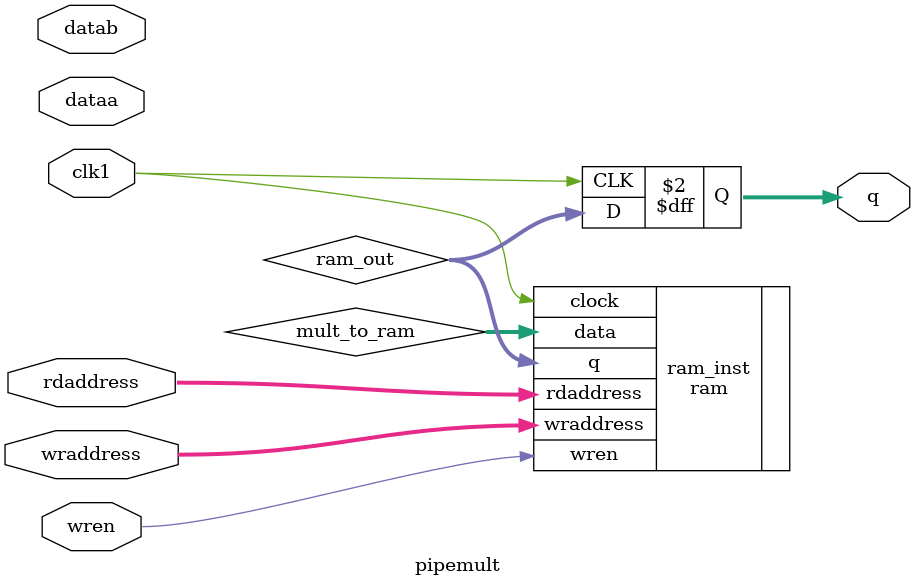
<source format=v>
/*******************************************************************************
 *                                                                             *
 *                  Copyright (C) 2009 Altera Corporation                      *
 *                                                                             *
 * ALTERA, ARRIA, CYCLONE, HARDCOPY, MAX, MEGACORE, NIOS, QUARTUS & STRATIX    *
 * are Reg. U.S. Pat. & Tm. Off. and Altera marks in and outside the U.S.      *
 *                                                                             *
 * All information provided herein is provided on an "as is" basis,            *
 * without warranty of any kind.                                               *
 *                                                                             *
 * Module Name: pipemult                       File Name: pipemult.v           *
 *                                                                             *
 * Module Function: This file contains the top level module for the pipemult   *
 *                  project                                                    *
 *                                                                             *
 * REVISION HISTORY:                                                           *
 *  Revision 1.0    12/07/2009 - Initial Revision                              *
 ******************************************************************************/

module pipemult(
	clk1,
	wren,
	dataa,
	datab,
	rdaddress,
	wraddress,
	q
);

input	clk1;
input	wren;
input	[7:0] dataa;
input	[7:0] datab;
input	[4:0] rdaddress;
input	[4:0] wraddress;
output	[15:0] q;

reg	[15:0] q;
wire	[15:0] mult_to_ram, ram_out;


// Insert multiplier instantiation here


ram	ram_inst
	(.clock(clk1),
	.wren(wren),
	.data(mult_to_ram),
	.rdaddress(rdaddress),
	.wraddress(wraddress),
	.q(ram_out));

always @ (posedge clk1)
	q <= ram_out;

endmodule

</source>
